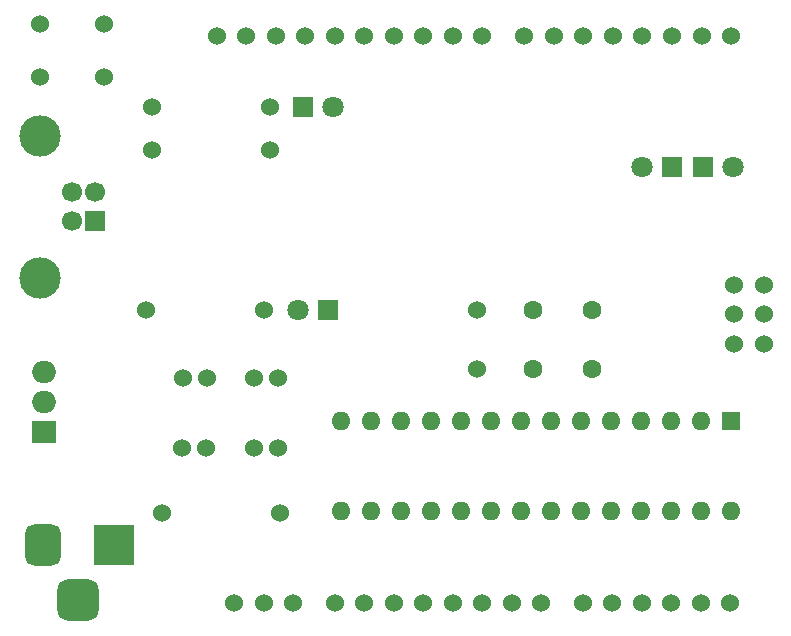
<source format=gbr>
%TF.GenerationSoftware,KiCad,Pcbnew,8.0.7*%
%TF.CreationDate,2025-08-15T01:52:06+02:00*%
%TF.ProjectId,Arduino,41726475-696e-46f2-9e6b-696361645f70,1*%
%TF.SameCoordinates,Original*%
%TF.FileFunction,Soldermask,Bot*%
%TF.FilePolarity,Negative*%
%FSLAX46Y46*%
G04 Gerber Fmt 4.6, Leading zero omitted, Abs format (unit mm)*
G04 Created by KiCad (PCBNEW 8.0.7) date 2025-08-15 01:52:06*
%MOMM*%
%LPD*%
G01*
G04 APERTURE LIST*
G04 Aperture macros list*
%AMRoundRect*
0 Rectangle with rounded corners*
0 $1 Rounding radius*
0 $2 $3 $4 $5 $6 $7 $8 $9 X,Y pos of 4 corners*
0 Add a 4 corners polygon primitive as box body*
4,1,4,$2,$3,$4,$5,$6,$7,$8,$9,$2,$3,0*
0 Add four circle primitives for the rounded corners*
1,1,$1+$1,$2,$3*
1,1,$1+$1,$4,$5*
1,1,$1+$1,$6,$7*
1,1,$1+$1,$8,$9*
0 Add four rect primitives between the rounded corners*
20,1,$1+$1,$2,$3,$4,$5,0*
20,1,$1+$1,$4,$5,$6,$7,0*
20,1,$1+$1,$6,$7,$8,$9,0*
20,1,$1+$1,$8,$9,$2,$3,0*%
G04 Aperture macros list end*
%ADD10C,1.524000*%
%ADD11R,1.800000X1.800000*%
%ADD12C,1.800000*%
%ADD13C,1.600000*%
%ADD14R,2.000000X1.905000*%
%ADD15O,2.000000X1.905000*%
%ADD16R,1.600000X1.600000*%
%ADD17O,1.600000X1.600000*%
%ADD18R,1.700000X1.700000*%
%ADD19C,1.700000*%
%ADD20C,3.500000*%
%ADD21R,3.500000X3.500000*%
%ADD22RoundRect,0.750000X-0.750000X-1.000000X0.750000X-1.000000X0.750000X1.000000X-0.750000X1.000000X0*%
%ADD23RoundRect,0.875000X-0.875000X-0.875000X0.875000X-0.875000X0.875000X0.875000X-0.875000X0.875000X0*%
G04 APERTURE END LIST*
D10*
%TO.C,SW1*%
X115850000Y-76300000D03*
X115850000Y-80800000D03*
X121350000Y-80800000D03*
X121350000Y-76300000D03*
%TD*%
D11*
%TO.C,D5*%
X138180000Y-83300000D03*
D12*
X140720000Y-83300000D03*
%TD*%
D13*
%TO.C,C1*%
X157650000Y-105500000D03*
X162650000Y-105500000D03*
%TD*%
D10*
%TO.C,J1*%
X161850000Y-125300000D03*
X164350000Y-125300000D03*
X166850000Y-125300000D03*
X169350000Y-125300000D03*
X171850000Y-125300000D03*
X174350000Y-125300000D03*
%TD*%
%TO.C,C4*%
X134050000Y-106250000D03*
X136050000Y-106250000D03*
%TD*%
%TO.C,D1*%
X126250000Y-117700000D03*
X136250000Y-117700000D03*
%TD*%
%TO.C,R3*%
X135350000Y-83300000D03*
X125350000Y-83300000D03*
%TD*%
%TO.C,C5*%
X134050000Y-112250000D03*
X136050000Y-112250000D03*
%TD*%
%TO.C,C6*%
X127950000Y-112250000D03*
X129950000Y-112250000D03*
%TD*%
D13*
%TO.C,C2*%
X157600000Y-100500000D03*
X162600000Y-100500000D03*
%TD*%
D10*
%TO.C,J3*%
X130850000Y-77300000D03*
X133350000Y-77300000D03*
X135850000Y-77300000D03*
X138350000Y-77300000D03*
X140850000Y-77300000D03*
X143350000Y-77300000D03*
X145850000Y-77300000D03*
X148350000Y-77300000D03*
X150850000Y-77300000D03*
X153350000Y-77300000D03*
%TD*%
%TO.C,R2*%
X124850000Y-100500000D03*
X134850000Y-100500000D03*
%TD*%
%TO.C,J6*%
X132350000Y-125300000D03*
X134850000Y-125300000D03*
X137350000Y-125300000D03*
%TD*%
D11*
%TO.C,D4*%
X169380000Y-88400000D03*
D12*
X166840000Y-88400000D03*
%TD*%
D10*
%TO.C,J2*%
X174400000Y-77300000D03*
X171900000Y-77300000D03*
X169400000Y-77300000D03*
X166900000Y-77300000D03*
X164400000Y-77300000D03*
X161900000Y-77300000D03*
X159400000Y-77300000D03*
X156900000Y-77300000D03*
%TD*%
%TO.C,J7*%
X140850000Y-125300000D03*
X143350000Y-125300000D03*
X145850000Y-125300000D03*
X148350000Y-125300000D03*
X150850000Y-125300000D03*
X153350000Y-125300000D03*
X155850000Y-125300000D03*
X158350000Y-125300000D03*
%TD*%
%TO.C,C3*%
X128000000Y-106250000D03*
X130000000Y-106250000D03*
%TD*%
D14*
%TO.C,U3*%
X116250000Y-110850000D03*
D15*
X116250000Y-108310000D03*
X116250000Y-105770000D03*
%TD*%
D10*
%TO.C,R1*%
X125350000Y-87000000D03*
X135350000Y-87000000D03*
%TD*%
D11*
%TO.C,D2*%
X140250000Y-100500000D03*
D12*
X137710000Y-100500000D03*
%TD*%
D10*
%TO.C,Y1*%
X152900000Y-100500000D03*
X152900000Y-105500000D03*
%TD*%
D16*
%TO.C,U1*%
X174380000Y-109900000D03*
D17*
X171840000Y-109900000D03*
X169300000Y-109900000D03*
X166760000Y-109900000D03*
X164220000Y-109900000D03*
X161680000Y-109900000D03*
X159140000Y-109900000D03*
X156600000Y-109900000D03*
X154060000Y-109900000D03*
X151520000Y-109900000D03*
X148980000Y-109900000D03*
X146440000Y-109900000D03*
X143900000Y-109900000D03*
X141360000Y-109900000D03*
X141360000Y-117520000D03*
X143900000Y-117520000D03*
X146440000Y-117520000D03*
X148980000Y-117520000D03*
X151520000Y-117520000D03*
X154060000Y-117520000D03*
X156600000Y-117520000D03*
X159140000Y-117520000D03*
X161680000Y-117520000D03*
X164220000Y-117520000D03*
X166760000Y-117520000D03*
X169300000Y-117520000D03*
X171840000Y-117520000D03*
X174380000Y-117520000D03*
%TD*%
D18*
%TO.C,J8*%
X120560000Y-93030000D03*
D19*
X120560000Y-90530000D03*
X118560000Y-90530000D03*
X118560000Y-93030000D03*
D20*
X115850000Y-97800000D03*
X115850000Y-85760000D03*
%TD*%
D10*
%TO.C,J4*%
X174650000Y-103400000D03*
X174650000Y-100900000D03*
X174650000Y-98400000D03*
X177150000Y-103400000D03*
X177150000Y-100900000D03*
X177150000Y-98400000D03*
%TD*%
D21*
%TO.C,J5*%
X122150000Y-120392500D03*
D22*
X116150000Y-120392500D03*
D23*
X119150000Y-125092500D03*
%TD*%
D11*
%TO.C,D3*%
X172010000Y-88400000D03*
D12*
X174550000Y-88400000D03*
%TD*%
M02*

</source>
